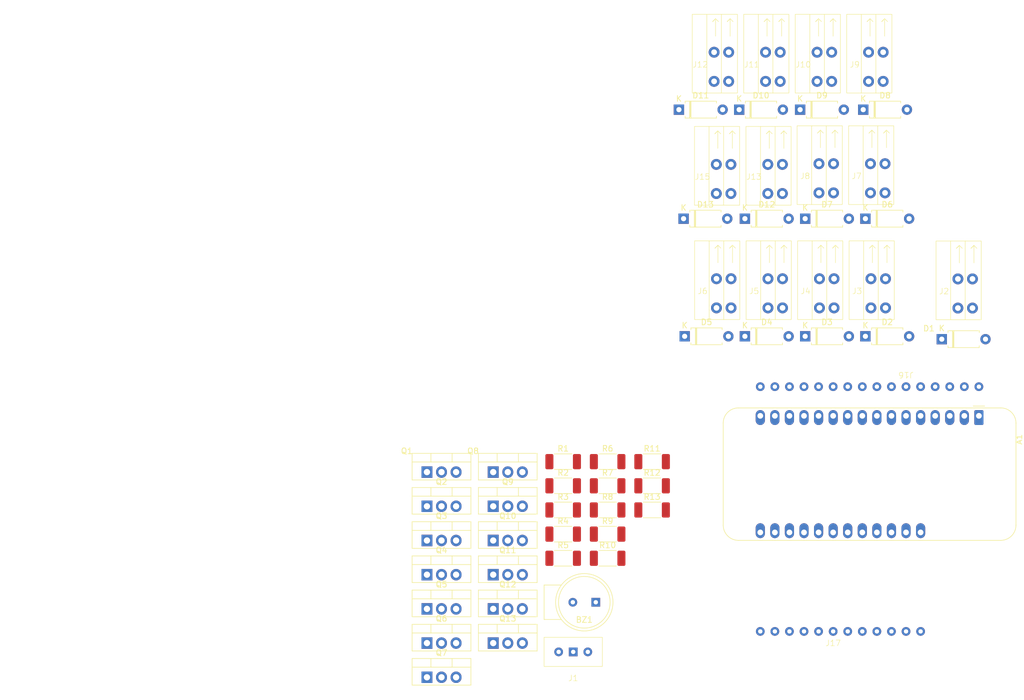
<source format=kicad_pcb>
(kicad_pcb (version 20240108) (generator "pcbnew") (generator_version "8.0")
  (layers (0 "F.Cu" signal) (31 "B.Cu" signal) (34 "B.Paste" user) (35 "F.Paste" user) (36 "B.SilkS" user "B.Silkscreen") (37 "F.SilkS" user "F.Silkscreen") (38 "B.Mask" user) (39 "F.Mask" user) (44 "Edge.Cuts" user))
  (net 0 "")
  (net 1 "Net-(A1-A4)")
  (net 2 "Net-(A1-USB)")
  (net 4 "Net-(A1-SPARE)")
  (net 6 "Net-(A1-D0)")
  (net 7 "Net-(A1-D1)")
  (net 9 "Net-(A1-A3)")
  (net 10 "Net-(A1-A5)")
  (net 11 "gnd")
  (net 12 "Net-(A1-D4)")
  (net 14 "Net-(A1-D2)")
  (net 15 "Net-(A1-D3)")
  (net 17 "Net-(A1-D6)")
  (net 19 "Net-(A1-D5)")
  (net 22 "Net-(A1-A1)")
  (net 24 "Net-(A1-A2)")
  (net 25 "Net-(A1-A0)")
  (net 26 "Net-(D1-A)")
  (net 27 "pos")
  (net 28 "Net-(D2-A)")
  (net 29 "Net-(D3-A)")
  (net 30 "Net-(D4-A)")
  (net 31 "Net-(D5-A)")
  (net 32 "Net-(D6-A)")
  (net 33 "Net-(D7-A)")
  (net 34 "Net-(D8-A)")
  (net 35 "Net-(D9-A)")
  (net 36 "Net-(D10-A)")
  (net 37 "Net-(D11-A)")
  (net 38 "Net-(D12-A)")
  (net 39 "Net-(D13-A)")
  (net 40 "Net-(Q1-G)")
  (net 41 "Net-(Q2-G)")
  (net 42 "Net-(Q3-G)")
  (net 43 "Net-(Q4-G)")
  (net 44 "Net-(Q5-G)")
  (net 45 "Net-(Q6-G)")
  (net 46 "Net-(Q7-G)")
  (net 47 "Net-(Q8-G)")
  (net 48 "Net-(Q9-G)")
  (net 49 "Net-(Q10-G)")
  (net 50 "Net-(Q11-G)")
  (net 51 "Net-(Q12-G)")
  (net 53 "Net-(Q13-G)")
  (net 54 "Net-(A1-~{RESET})")
  (net 55 "Net-(A1-3V3)")
  (net 56 "Net-(A1-AREF)")
  (footprint "Diode_THT:D_A-405_P7.62mm_Horizontal" (layer "F.Cu") (at 159.88 52)
    (property "Reference" "D12" (at 3.81 -2.47 0) (layer "F.SilkS"))
    (property "Value" "D")
    (fp_text user "K" (at 0 -1.9 0) (layer "F.SilkS"))
    (pad "1" thru_hole rect (at 0 0) (size 1.8 1.8) (drill 0.9) (layers "*.Cu" "*.Mask") (net 27 "pos"))
    (pad "2" thru_hole oval (at 7.62 0) (size 1.8 1.8) (drill 0.9) (layers "*.Cu" "*.Mask") (net 38 "Net-(D12-A)"))
  )
  (footprint "AA_Oscars_Custom:2 pin qwik connector" (layer "F.Cu") (at 161.587 33.689 180)
    (property "Reference" "J13" (at 0.127 -11.009 0) (layer "F.SilkS") (effects (font (thickness 0.1))))
    (property "Value" "Conn_01x02")
    (pad "1" thru_hole circle (at -4.826 -13.93 180) (size 1.9 1.9) (drill 1) (layers "*.Cu" "*.Mask") (net 38 "Net-(D12-A)"))
    (pad "1" thru_hole circle (at -4.826 -8.85 180) (size 1.9 1.9) (drill 1) (layers "*.Cu" "*.Mask") (net 38 "Net-(D12-A)"))
    (pad "2" thru_hole circle (at -2.286 -13.93 180) (size 1.9 1.9) (drill 1) (layers "*.Cu" "*.Mask") (net 27 "pos"))
    (pad "2" thru_hole circle (at -2.286 -8.85 180) (size 1.9 1.9) (drill 1) (layers "*.Cu" "*.Mask") (net 27 "pos"))
  )
  (footprint "Diode_THT:D_A-405_P7.62mm_Horizontal" (layer "F.Cu") (at 158.88 33)
    (property "Reference" "D10" (at 3.81 -2.47 0) (layer "F.SilkS"))
    (property "Value" "D")
    (fp_text user "K" (at 0 -1.9 0) (layer "F.SilkS"))
    (pad "1" thru_hole rect (at 0 0) (size 1.8 1.8) (drill 0.9) (layers "*.Cu" "*.Mask") (net 27 "pos"))
    (pad "2" thru_hole oval (at 7.62 0) (size 1.8 1.8) (drill 0.9) (layers "*.Cu" "*.Mask") (net 36 "Net-(D10-A)"))
  )
  (footprint "Package_TO_SOT_THT:TO-220-3_Vertical" (layer "F.Cu") (at 104.465 131.925)
    (property "Reference" "Q7" (at 2.54 -4.27 0) (layer "F.SilkS"))
    (property "Value" "NMOS")
    (pad "1" thru_hole rect (at 0 0) (size 1.905 2) (drill 1.1) (layers "*.Cu" "*.Mask") (net 33 "Net-(D7-A)"))
    (pad "2" thru_hole oval (at 2.54 0) (size 1.905 2) (drill 1.1) (layers "*.Cu" "*.Mask") (net 46 "Net-(Q7-G)"))
    (pad "3" thru_hole oval (at 5.08 0) (size 1.905 2) (drill 1.1) (layers "*.Cu" "*.Mask") (net 11 "gnd"))
  )
  (footprint "Module:Adafruit_Feather" (layer "F.Cu") (at 200.66 86.36 -90)
    (property "Reference" "A1" (at 4.105 -7.015 90) (layer "F.SilkS"))
    (property "Value" "Adafruit_Feather_Generic")
    (pad "1" thru_hole roundrect (at 0 0 270) (size 2.6 1.6) (drill 1 (offset 0.3 0)) (layers "*.Cu" "*.Mask") (roundrect_rratio 0.15625) (net 54 "Net-(A1-~{RESET})"))
    (pad "2" thru_hole oval (at 0 2.54 270) (size 2.6 1.6) (drill 1 (offset 0.3 0)) (layers "*.Cu" "*.Mask") (net 55 "Net-(A1-3V3)"))
    (pad "3" thru_hole oval (at 0 5.08 270) (size 2.6 1.6) (drill 1 (offset 0.3 0)) (layers "*.Cu" "*.Mask") (net 56 "Net-(A1-AREF)"))
    (pad "4" thru_hole oval (at 0 7.62 270) (size 2.6 1.6) (drill 1 (offset 0.3 0)) (layers "*.Cu" "*.Mask") (net 11 "gnd"))
    (pad "5" thru_hole oval (at 0 10.16 270) (size 2.6 1.6) (drill 1 (offset 0.3 0)) (layers "*.Cu" "*.Mask") (net 25 "Net-(A1-A0)"))
    (pad "6" thru_hole oval (at 0 12.7 270) (size 2.6 1.6) (drill 1 (offset 0.3 0)) (layers "*.Cu" "*.Mask") (net 22 "Net-(A1-A1)"))
    (pad "7" thru_hole oval (at 0 15.24 270) (size 2.6 1.6) (drill 1 (offset 0.3 0)) (layers "*.Cu" "*.Mask") (net 24 "Net-(A1-A2)"))
    (pad "8" thru_hole oval (at 0 17.78 270) (size 2.6 1.6) (drill 1 (offset 0.3 0)) (layers "*.Cu" "*.Mask") (net 9 "Net-(A1-A3)"))
    (pad "9" thru_hole oval (at 0 20.32 270) (size 2.6 1.6) (drill 1 (offset 0.3 0)) (layers "*.Cu" "*.Mask") (net 1 "Net-(A1-A4)"))
    (pad "10" thru_hole oval (at 0 22.86 270) (size 2.6 1.6) (drill 1 (offset 0.3 0)) (layers "*.Cu" "*.Mask") (net 10 "Net-(A1-A5)"))
    (pad "11" thru_hole oval (at 0 25.4 270) (size 2.6 1.6) (drill 1 (offset 0.3 0)) (layers "*.Cu" "*.Mask"))
    (pad "12" thru_hole oval (at 0 27.94 270) (size 2.6 1.6) (drill 1 (offset 0.3 0)) (layers "*.Cu" "*.Mask"))
    (pad "13" thru_hole oval (at 0 30.48 270) (size 2.6 1.6) (drill 1 (offset 0.3 0)) (layers "*.Cu" "*.Mask"))
    (pad "14" thru_hole oval (at 0 33.02 270) (size 2.6 1.6) (drill 1 (offset 0.3 0)) (layers "*.Cu" "*.Mask"))
    (pad "15" thru_hole oval (at 0 35.56 270) (size 2.6 1.6) (drill 1 (offset 0.3 0)) (layers "*.Cu" "*.Mask"))
    (pad "16" thru_hole oval (at 0 38.1 270) (size 2.6 1.6) (drill 1 (offset 0.3 0)) (layers "*.Cu" "*.Mask") (net 4 "Net-(A1-SPARE)"))
    (pad "17" thru_hole oval (at 20.32 38.1 90) (size 2.6 1.6) (drill 1 (offset 0.3 0)) (layers "*.Cu" "*.Mask"))
    (pad "18" thru_hole oval (at 20.32 35.56 90) (size 2.6 1.6) (drill 1 (offset 0.3 0)) (layers "*.Cu" "*.Mask"))
    (pad "19" thru_hole oval (at 20.32 33.02 90) (size 2.6 1.6) (drill 1 (offset 0.3 0)) (layers "*.Cu" "*.Mask") (net 6 "Net-(A1-D0)"))
    (pad "20" thru_hole oval (at 20.32 30.48 90) (size 2.6 1.6) (drill 1 (offset 0.3 0)) (layers "*.Cu" "*.Mask") (net 7 "Net-(A1-D1)"))
    (pad "21" thru_hole oval (at 20.32 27.94 90) (size 2.6 1.6) (drill 1 (offset 0.3 0)) (layers "*.Cu" "*.Mask") (net 14 "Net-(A1-D2)"))
    (pad "22" thru_hole oval (at 20.32 25.4 90) (size 2.6 1.6) (drill 1 (offset 0.3 0)) (layers "*.Cu" "*.Mask") (net 15 "Net-(A1-D3)"))
    (pad "23" thru_hole oval (at 20.32 22.86 90) (size 2.6 1.6) (drill 1 (offset 0.3 0)) (layers "*.Cu" "*.Mask") (net 12 "Net-(A1-D4)"))
    (pad "24" thru_hole oval (at 20.32 20.32 90) (size 2.6 1.6) (drill 1 (offset 0.3 0)) (layers "*.Cu" "*.Mask") (net 19 "Net-(A1-D5)"))
    (pad "25" thru_hole oval (at 20.32 17.78 90) (size 2.6 1.6) (drill 1 (offset 0.3 0)) (layers "*.Cu" "*.Mask") (net 17 "Net-(A1-D6)"))
    (pad "26" thru_hole oval (at 20.32 15.24 90) (size 2.6 1.6) (drill 1 (offset 0.3 0)) (layers "*.Cu" "*.Mask") (net 2 "Net-(A1-USB)"))
    (pad "27" thru_hole oval (at 20.32 12.7 90) (size 2.6 1.6) (drill 1 (offset 0.3 0)) (layers "*.Cu" "*.Mask"))
    (pad "28" thru_hole oval (at 20.32 10.16 90) (size 2.6 1.6) (drill 1 (offset 0.3 0)) (layers "*.Cu" "*.Mask"))
  )
  (footprint "Diode_THT:D_A-405_P7.62mm_Horizontal" (layer "F.Cu") (at 169.5 33)
    (property "Reference" "D9" (at 3.81 -2.47 0) (layer "F.SilkS"))
    (property "Value" "D")
    (fp_text user "K" (at 0 -1.9 0) (layer "F.SilkS"))
    (pad "1" thru_hole rect (at 0 0) (size 1.8 1.8) (drill 0.9) (layers "*.Cu" "*.Mask") (net 27 "pos"))
    (pad "2" thru_hole oval (at 7.62 0) (size 1.8 1.8) (drill 0.9) (layers "*.Cu" "*.Mask") (net 35 "Net-(D9-A)"))
  )
  (footprint "Resistor_SMD:R_2010_5025Metric_Pad1.40x2.65mm_HandSolder" (layer "F.Cu") (at 128.205 106.975)
    (property "Reference" "R4" (at 0 -2.28 0) (layer "F.SilkS"))
    (property "Value" "220")
    (pad "1" smd roundrect (at -2.4 0) (size 1.4 2.65) (layers "F.Cu" "F.Paste" "F.Mask") (roundrect_rratio 0.178571) (net 43 "Net-(Q4-G)"))
    (pad "2" smd roundrect (at 2.4 0) (size 1.4 2.65) (layers "F.Cu" "F.Paste" "F.Mask") (roundrect_rratio 0.178571) (net 14 "Net-(A1-D2)"))
  )
  (footprint "Package_TO_SOT_THT:TO-220-3_Vertical" (layer "F.Cu") (at 116.015 102.125)
    (property "Reference" "Q9" (at 2.54 -4.27 0) (layer "F.SilkS"))
    (property "Value" "NMOS")
    (pad "1" thru_hole rect (at 0 0) (size 1.905 2) (drill 1.1) (layers "*.Cu" "*.Mask") (net 35 "Net-(D9-A)"))
    (pad "2" thru_hole oval (at 2.54 0) (size 1.905 2) (drill 1.1) (layers "*.Cu" "*.Mask") (net 48 "Net-(Q9-G)"))
    (pad "3" thru_hole oval (at 5.08 0) (size 1.905 2) (drill 1.1) (layers "*.Cu" "*.Mask") (net 11 "gnd"))
  )
  (footprint "Resistor_SMD:R_2010_5025Metric_Pad1.40x2.65mm_HandSolder" (layer "F.Cu") (at 143.705 98.555)
    (property "Reference" "R12" (at 0 -2.28 0) (layer "F.SilkS"))
    (property "Value" "220")
    (pad "1" smd roundrect (at -2.4 0) (size 1.4 2.65) (layers "F.Cu" "F.Paste" "F.Mask") (roundrect_rratio 0.178571) (net 51 "Net-(Q12-G)"))
    (pad "2" smd roundrect (at 2.4 0) (size 1.4 2.65) (layers "F.Cu" "F.Paste" "F.Mask") (roundrect_rratio 0.178571) (net 10 "Net-(A1-A5)"))
  )
  (footprint "Package_TO_SOT_THT:TO-220-3_Vertical" (layer "F.Cu") (at 116.015 96.165)
    (property "Reference" "Q8" (at -3.515 -3.665 0) (layer "F.SilkS"))
    (property "Value" "NMOS")
    (pad "1" thru_hole rect (at 0 0) (size 1.905 2) (drill 1.1) (layers "*.Cu" "*.Mask") (net 34 "Net-(D8-A)"))
    (pad "2" thru_hole oval (at 2.54 0) (size 1.905 2) (drill 1.1) (layers "*.Cu" "*.Mask") (net 47 "Net-(Q8-G)"))
    (pad "3" thru_hole oval (at 5.08 0) (size 1.905 2) (drill 1.1) (layers "*.Cu" "*.Mask") (net 11 "gnd"))
  )
  (footprint "Package_TO_SOT_THT:TO-220-3_Vertical" (layer "F.Cu") (at 104.465 102.125)
    (property "Reference" "Q2" (at 2.54 -4.27 0) (layer "F.SilkS"))
    (property "Value" "NMOS")
    (pad "1" thru_hole rect (at 0 0) (size 1.905 2) (drill 1.1) (layers "*.Cu" "*.Mask") (net 28 "Net-(D2-A)"))
    (pad "2" thru_hole oval (at 2.54 0) (size 1.905 2) (drill 1.1) (layers "*.Cu" "*.Mask") (net 41 "Net-(Q2-G)"))
    (pad "3" thru_hole oval (at 5.08 0) (size 1.905 2) (drill 1.1) (layers "*.Cu" "*.Mask") (net 11 "gnd"))
  )
  (footprint "Diode_THT:D_A-405_P7.62mm_Horizontal" (layer "F.Cu") (at 159.88 72.5)
    (property "Reference" "D4" (at 3.81 -2.47 0) (layer "F.SilkS"))
    (property "Value" "D")
    (fp_text user "K" (at 0 -1.9 0) (layer "F.SilkS"))
    (pad "1" thru_hole rect (at 0 0) (size 1.8 1.8) (drill 0.9) (layers "*.Cu" "*.Mask") (net 27 "pos"))
    (pad "2" thru_hole oval (at 7.62 0) (size 1.8 1.8) (drill 0.9) (layers "*.Cu" "*.Mask") (net 30 "Net-(D4-A)"))
  )
  (footprint "Diode_THT:D_A-405_P7.62mm_Horizontal" (layer "F.Cu") (at 170.38 72.5)
    (property "Reference" "D3" (at 3.81 -2.47 0) (layer "F.SilkS"))
    (property "Value" "D")
    (fp_text user "K" (at 0 -1.9 0) (layer "F.SilkS"))
    (pad "1" thru_hole rect (at 0 0) (size 1.8 1.8) (drill 0.9) (layers "*.Cu" "*.Mask") (net 27 "pos"))
    (pad "2" thru_hole oval (at 7.62 0) (size 1.8 1.8) (drill 0.9) (layers "*.Cu" "*.Mask") (net 29 "Net-(D3-A)"))
  )
  (footprint "AA_Oscars_Custom:2 pin qwik connector" (layer "F.Cu") (at 179.561 53.619 180)
    (property "Reference" "J3" (at 0.127 -11.009 0) (layer "F.SilkS") (effects (font (thickness 0.1))))
    (property "Value" "Conn_01x02")
    (pad "1" thru_hole circle (at -4.826 -13.93 180) (size 1.9 1.9) (drill 1) (layers "*.Cu" "*.Mask") (net 28 "Net-(D2-A)"))
    (pad "1" thru_hole circle (at -4.826 -8.85 180) (size 1.9 1.9) (drill 1) (layers "*.Cu" "*.Mask") (net 28 "Net-(D2-A)"))
    (pad "2" thru_hole circle (at -2.286 -13.93 180) (size 1.9 1.9) (drill 1) (layers "*.Cu" "*.Mask") (net 27 "pos"))
    (pad "2" thru_hole circle (at -2.286 -8.85 180) (size 1.9 1.9) (drill 1) (layers "*.Cu" "*.Mask") (net 27 "pos"))
  )
  (footprint "Resistor_SMD:R_2010_5025Metric_Pad1.40x2.65mm_HandSolder" (layer "F.Cu") (at 135.955 98.555)
    (property "Reference" "R7" (at 0 -2.28 0) (layer "F.SilkS"))
    (property "Value" "220")
    (pad "1" smd roundrect (at -2.4 0) (size 1.4 2.65) (layers "F.Cu" "F.Paste" "F.Mask") (roundrect_rratio 0.178571) (net 46 "Net-(Q7-G)"))
    (pad "2" smd roundrect (at 2.4 0) (size 1.4 2.65) (layers "F.Cu" "F.Paste" "F.Mask") (roundrect_rratio 0.178571) (net 25 "Net-(A1-A0)"))
  )
  (footprint "Resistor_SMD:R_2010_5025Metric_Pad1.40x2.65mm_HandSolder" (layer "F.Cu") (at 128.205 94.345)
    (property "Reference" "R1" (at 0 -2.28 0) (layer "F.SilkS"))
    (property "Value" "220")
    (pad "1" smd roundrect (at -2.4 0) (size 1.4 2.65) (layers "F.Cu" "F.Paste" "F.Mask") (roundrect_rratio 0.178571) (net 40 "Net-(Q1-G)"))
    (pad "2" smd roundrect (at 2.4 0) (size 1.4 2.65) (layers "F.Cu" "F.Paste" "F.Mask") (roundrect_rratio 0.178571) (net 17 "Net-(A1-D6)"))
  )
  (footprint "AA_Oscars_Custom:2 pin qwik connector" (layer "F.Cu") (at 170.174 14.14 180)
    (property "Reference" "J10" (at 0.127 -11.009 0) (layer "F.SilkS") (effects (font (thickness 0.1))))
    (property "Value" "Conn_01x02")
    (pad "1" thru_hole circle (at -4.826 -13.93 180) (size 1.9 1.9) (drill 1) (layers "*.Cu" "*.Mask") (net 35 "Net-(D9-A)"))
    (pad "1" thru_hole circle (at -4.826 -8.85 180) (size 1.9 1.9) (drill 1) (layers "*.Cu" "*.Mask") (net 35 "Net-(D9-A)"))
    (pad "2" thru_hole circle (at -2.286 -13.93 180) (size 1.9 1.9) (drill 1) (layers "*.Cu" "*.Mask") (net 27 "pos"))
    (pad "2" thru_hole circle (at -2.286 -8.85 180) (size 1.9 1.9) (drill 1) (layers "*.Cu" "*.Mask") (net 27 "pos"))
  )
  (footprint "AA_Oscars_Custom:2 pin qwik connector" (layer "F.Cu") (at 161.613 53.619 180)
    (property "Reference" "J5" (at 0.127 -11.009 0) (layer "F.SilkS") (effects (font (thickness 0.1))))
    (property "Value" "Conn_01x02")
    (pad "1" thru_hole circle (at -4.826 -13.93 180) (size 1.9 1.9) (drill 1) (layers "*.Cu" "*.Mask") (net 30 "Net-(D4-A)"))
    (pad "1" thru_hole circle (at -4.826 -8.85 180) (size 1.9 1.9) (drill 1) (layers "*.Cu" "*.Mask") (net 30 "Net-(D4-A)"))
    (pad "2" thru_hole circle (at -2.286 -13.93 180) (size 1.9 1.9) (drill 1) (layers "*.Cu" "*.Mask") (net 27 "pos"))
    (pad "2" thru_hole circle (at -2.286 -8.85 180) (size 1.9 1.9) (drill 1) (layers "*.Cu" "*.Mask") (net 27 "pos"))
  )
  (footprint "Package_TO_SOT_THT:TO-220-3_Vertical" (layer "F.Cu") (at 104.465 96.165)
    (property "Reference" "Q1" (at -3.515 -3.665 0) (layer "F.SilkS"))
    (property "Value" "NMOS")
    (pad "1" thru_hole rect (at 0 0) (size 1.905 2) (drill 1.1) (layers "*.Cu" "*.Mask") (net 26 "Net-(D1-A)"))
    (pad "2" thru_hole oval (at 2.54 0) (size 1.905 2) (drill 1.1) (layers "*.Cu" "*.Mask") (net 40 "Net-(Q1-G)"))
    (pad "3" thru_hole oval (at 5.08 0) (size 1.905 2) (drill 1.1) (layers "*.Cu" "*.Mask") (net 11 "gnd"))
  )
  (footprint "Resistor_SMD:R_2010_5025Metric_Pad1.40x2.65mm_HandSolder" (layer "F.Cu") (at 128.205 111.185)
    (property "Reference" "R5" (at 0 -2.28 0) (layer "F.SilkS"))
    (property "Value" "220")
    (pad "1" smd roundrect (at -2.4 0) (size 1.4 2.65) (layers "F.Cu" "F.Paste" "F.Mask") (roundrect_rratio 0.178571) (net 44 "Net-(Q5-G)"))
    (pad "2" smd roundrect (at 2.4 0) (size 1.4 2.65) (layers "F.Cu" "F.Paste" "F.Mask") (roundrect_rratio 0.178571) (net 7 "Net-(A1-D1)"))
  )
  (footprint "Package_TO_SOT_THT:TO-220-3_Vertical" (layer "F.Cu") (at 104.465 120.005)
    (property "Reference" "Q5" (at 2.54 -4.27 0) (layer "F.SilkS"))
    (property "Value" "NMOS")
    (pad "1" thru_hole rect (at 0 0) (size 1.905 2) (drill 1.1) (layers "*.Cu" "*.Mask") (net 31 "Net-(D5-A)"))
    (pad "2" thru_hole oval (at 2.54 0) (size 1.905 2) (drill 1.1) (layers "*.Cu" "*.Mask") (net 44 "Net-(Q5-G)"))
    (pad "3" thru_hole oval (at 5.08 0) (size 1.905 2) (drill 1.1) (layers "*.Cu" "*.Mask") (net 11 "gnd"))
  )
  (footprint "Diode_THT:D_A-405_P7.62mm_Horizontal" (layer "F.Cu") (at 149.38 72.5)
    (property "Reference" "D5" (at 3.81 -2.47 0) (layer "F.SilkS"))
    (property "Value" "D")
    (fp_text user "K" (at 0 -1.9 0) (layer "F.SilkS"))
    (pad "1" thru_hole rect (at 0 0) (size 1.8 1.8) (drill 0.9) (layers "*.Cu" "*.Mask") (net 27 "pos"))
    (pad "2" thru_hole oval (at 7.62 0) (size 1.8 1.8) (drill 0.9) (layers "*.Cu" "*.Mask") (net 31 "Net-(D5-A)"))
  )
  (footprint "Resistor_SMD:R_2010_5025Metric_Pad1.40x2.65mm_HandSolder" (layer "F.Cu") (at 135.955 94.345)
    (property "Reference" "R6" (at 0 -2.28 0) (layer "F.SilkS"))
    (property "Value" "220")
    (pad "1" smd roundrect (at -2.4 0) (size 1.4 2.65) (layers "F.Cu" "F.Paste" "F.Mask") (roundrect_rratio 0.178571) (net 45 "Net-(Q6-G)"))
    (pad "2" smd roundrect (at 2.4 0) (size 1.4 2.65) (layers "F.Cu" "F.Paste" "F.Mask") (roundrect_rratio 0.178571) (net 6 "Net-(A1-D0)"))
  )
  (footprint "AA_Oscars_Custom:2 pin qwik connector" (layer "F.Cu") (at 179.148 14.14 180)
    (property "Reference" "J9" (at 0.127 -11.009 0) (layer "F.SilkS") (effects (font (thickness 0.1))))
    (property "Value" "Conn_01x02")
    (pad "1" thru_hole circle (at -4.826 -13.93 180) (size 1.9 1.9) (drill 1) (layers "*.Cu" "*.Mask") (net 34 "Net-(D8-A)"))
    (pad "1" thru_hole circle (at -4.826 -8.85 180) (size 1.9 1.9) (drill 1) (layers "*.Cu" "*.Mask") (net 34 "Net-(D8-A)"))
    (pad "2" thru_hole circle (at -2.286 -13.93 180) (size 1.9 1.9) (drill 1) (layers "*.Cu" "*.Mask") (net 27 "pos"))
    (pad "2" thru_hole circle (at -2.286 -8.85 180) (size 1.9 1.9) (drill 1) (layers "*.Cu" "*.Mask") (net 27 "pos"))
  )
  (footprint "Resistor_SMD:R_2010_5025Metric_Pad1.40x2.65mm_HandSolder" (layer "F.Cu") (at 143.705 94.345)
    (property "Reference" "R11" (at 0 -2.28 0) (layer "F.SilkS"))
    (property "Value" "220")
    (pad "1" smd roundrect (at -2.4 0) (size 1.4 2.65) (layers "F.Cu" "F.Paste" "F.Mask") (roundrect_rratio 0.178571) (net 50 "Net-(Q11-G)"))
    (pad "2" smd roundrect (at 2.4 0) (size 1.4 2.65) (layers "F.Cu" "F.Paste" "F.Mask") (roundrect_rratio 0.178571) (net 1 "Net-(A1-A4)"))
  )
  (footprint "AA_Oscars_Custom:simple 01x12" (layer "F.Cu") (at 175.26 126.47)
    (property "Reference" "J17" (at 0 -0.5 0) (layer "F.SilkS") (effects (font (thickness 0.1))))
    (property "Value" "Microcontroller extension header")
    (pad "1" thru_hole circle (at -12.7 -2.54) (size 1.524 1.524) (drill 0.762) (layers "*.Cu" "*.Mask" "Dwgs.User"))
    (pad "2" thru_hole circle (at -10.16 -2.54) (size 1.524 1.524) (drill 0.762) (layers "*.Cu" "*.Mask" "Dwgs.User"))
    (pad "3" thru_hole circle (at -7.62 -2.54) (size 1.524 1.524) (drill 0.762) (layers "*.Cu" "*.Mask" "Dwgs.User"))
    (pad "4" thru_hole circle (at -5.08 -2.54) (size 1.524 1.524) (drill 0.762) (layers "*.Cu" "*.Mask" "Dwgs.User"))
    (pad "5" thru_hole circle (at -2.54 -2.54) (size 1.524 1.524) (drill 0.762) (layers "*.Cu" "*.Mask" "Dwgs.User"))
    (pad "6" thru_hole circle (at 0 -2.54) (size 1.524 1.524) (drill 0.762) (layers "*.Cu" "*.Mask" "Dwgs.User"))
    (pad "7" thru_hole circle (at 2.54 -2.54) (size 1.524 1.524) (drill 0.762) (layers "*.Cu" "*.Mask" "Dwgs.User"))
    (pad "8" thru_hole circle (at 5.08 -2.54) (size 1.524 1.524) (drill 0.762) (layers "*.Cu" "*.Mask" "Dwgs.User"))
    (pad "9" thru_hole circle (at 7.62 -2.54) (size 1.524 1.524) (drill 0.762) (layers "*.Cu" "*.Mask" "Dwgs.User"))
    (pad "10" thru_hole circle (at 10.16 -2.54) (size 1.524 1.524) (drill 0.762) (layers "*.Cu" "*.Mask" "Dwgs.User"))
    (pad "11" thru_hole circle (at 12.7 -2.54) (size 1.524 1.524) (drill 0.762) (layers "*.Cu" "*.Mask" "Dwgs.User"))
    (pad "12" thru_hole circle (at 15.24 -2.54) (size 1.524 1.524) (drill 0.762) (layers "*.Cu" "*.Mask" "Dwgs.User"))
  )
  (footprint "Package_TO_SOT_THT:TO-220-3_Vertical" (layer "F.Cu") (at 116.015 125.965)
    (property "Reference" "Q13" (at 2.54 -4.27 0) (layer "F.SilkS"))
    (property "Value" "NMOS")
    (pad "1" thru_hole rect (at 0 0) (size 1.905 2) (drill 1.1) (layers "*.Cu" "*.Mask") (net 39 "Net-(D13-A)"))
    (pad "2" thru_hole oval (at 2.54 0) (size 1.905 2) (drill 1.1) (layers "*.Cu" "*.Mask") (net 53 "Net-(Q13-G)"))
    (pad "3" thru_hole oval (at 5.08 0) (size 1.905 2) (drill 1.1) (layers "*.Cu" "*.Mask"))
  )
  (footprint "Package_TO_SOT_THT:TO-220-3_Vertical" (layer "F.Cu") (at 116.015 108.085)
    (property "Reference" "Q10" (at 2.54 -4.27 0) (layer "F.SilkS"))
    (property "Value" "NMOS")
    (pad "1" thru_hole rect (at 0 0) (size 1.905 2) (drill 1.1) (layers "*.Cu" "*.Mask") (net 36 "Net-(D10-A)"))
    (pad "2" thru_hole oval (at 2.54 0) (size 1.905 2) (drill 1.1) (layers "*.Cu" "*.Mask") (net 49 "Net-(Q10-G)"))
    (pad "3" thru_hole oval (at 5.08 0) (size 1.905 2) (drill 1.1) (layers "*.Cu" "*.Mask") (net 11 "gnd"))
  )
  (footprint "Package_TO_SOT_THT:TO-220-3_Vertical" (layer "F.Cu") (at 104.465 108.085)
    (property "Reference" "Q3" (at 2.54 -4.27 0) (layer "F.SilkS"))
    (property "Value" "NMOS")
    (pad "1" thru_hole rect (at 0 0) (size 1.905 2) (drill 1.1) (layers "*.Cu" "*.Mask") (net 29 "Net-(D3-A)"))
    (pad "2" thru_hole oval (at 2.54 0) (size 1.905 2) (drill 1.1) (layers "*.Cu" "*.Mask") (net 42 "Net-(Q3-G)"))
    (pad "3" thru_hole oval (at 5.08 0) (size 1.905 2) (drill 1.1) (layers "*.Cu" "*.Mask") (net 11 "gnd"))
  )
  (footprint "Diode_THT:D_A-405_P7.62mm_Horizontal" (layer "F.Cu") (at 180.88 72.5)
    (property "Reference" "D2" (at 3.81 -2.47 0) (layer "F.SilkS"))
    (property "Value" "D")
    (fp_text user "K" (at 0 -1.9 0) (layer "F.SilkS"))
    (pad "1" thru_hole rect (at 0 0) (size 1.8 1.8) (drill 0.9) (layers "*.Cu" "*.Mask") (net 27 "pos"))
    (pad "2" thru_hole oval (at 7.62 0) (size 1.8 1.8) (drill 0.9) (layers "*.Cu" "*.Mask") (net 28 "Net-(D2-A)"))
  )
  (footprint "Resistor_SMD:R_2010_5025Metric_Pad1.40x2.65mm_HandSolder" (layer "F.Cu") (at 128.205 98.555)
    (property "Reference" "R2" (at 0 -2.28 0) (layer "F.SilkS"))
    (property "Value" "220")
    (pad "1" smd roundrect (at -2.4 0) (size 1.4 2.65) (layers "F.Cu" "F.Paste" "F.Mask") (roundrect_rratio 0.178571) (net 41 "Net-(Q2-G)"))
    (pad "2" smd roundrect (at 2.4 0) (size 1.4 2.65) (layers "F.Cu" "F.Paste" "F.Mask") (roundrect_rratio 0.178571) (net 12 "Net-(A1-D4)"))
  )
  (footprint "AA_Oscars_Custom:5v voltage regulator" (layer "F.Cu") (at 129.96 132.58)
    (property "Reference" "J1" (at 0 -0.5 0) (layer "F.SilkS") (effects (font (thickness 0.1))))
    (property "Value" "5V voltage regulator")
    (pad "1" thru_hole circle (at -2.54 -5.08) (size 1.524 1.524) (drill 0.762) (layers "*.Cu" "*.Mask" "Dwgs.User") (net 2 "Net-(A1-USB)"))
    (pad "2" thru_hole rect (at 0 -5.08) (size 1.524 1.524) (drill 0.762) (layers "*.Cu" "*.Mask") (net 11 "gnd"))
    (pad "3" thru_hole circle (at 2.54 -5.08) (size 1.524 1.524) (drill 0.762) (layers "*.Cu" "*.Mask") (net 27 "pos"))
  )
  (footprint "Package_TO_SOT_THT:TO-220-3_Vertical" (layer "F.Cu") (at 104.465 125.965)
    (property "Reference" "Q6" (at 2.54 -4.27 0) (layer "F.SilkS"))
    (property "Value" "NMOS")
    (pad "1" thru_hole rect (at 0 0) (size 1.905 2) (drill 1.1) (layers "*.Cu" "*.Mask") (net 32 "Net-(D6-A)"))
    (pad "2" thru_hole oval (at 2.54 0) (size 1.905 2) (drill 1.1) (layers "*.Cu" "*.Mask") (net 45 "Net-(Q6-G)"))
    (pad "3" thru_hole oval (at 5.08 0) (size 1.905 2) (drill 1.1) (layers "*.Cu" "*.Mask") (net 11 "gnd"))
  )
  (footprint "AA_Oscars_Custom:simple 01x06" (layer "F.Cu") (at 187.96 78.74 180)
    (property "Reference" "J16" (at 0 -0.5 180) (layer "F.SilkS") (effects (font (thickness 0.1))))
    (property "Value" "microcontroller extension header")
    (pad "1" thru_hole circle (at -12.7 -2.54 180) (size 1.524 1.524) (drill 0.762) (layers "*.Cu" "*.Mask" "Dwgs.User") (net 54 "Net-(A1-~{RESET})"))
    (pad "2" thru_hole circle (at -10.16 -2.54 180) (size 1.524 1.524) (drill 0.762) (layers "*.Cu" "*.Mask" "Dwgs.User") (net 55 "Net-(A1-3V3)"))
    (pad "3" thru_hole circle (at -7.62 -2.54 180) (size 1.524 1.524) (drill 0.762) (layers "*.Cu" "*.Mask" "Dwgs.User") (net 56 "Net-(A1-AREF)"))
    (pad "4" thru_hole circle (at -5.08 -2.54 180) (size 1.524 1.524) (drill 0.762) (layers "*.Cu" "*.Mask" "Dwgs.User"))
    (pad "5" thru_hole circle (at -2.54 -2.54 180) (size 1.524 1.524) (drill 0.762) (layers "*.Cu" "*.Mask" "Dwgs.User") (net 25 "Net-(A1-A0)"))
    (pad "6" thru_hole circle (at 0 -2.54 180) (size 1.524 1.524) (drill 0.762) (layers "*.Cu" "*.Mask" "Dwgs.User") (net 22 "Net-(A1-A1)"))
    (pad "7" thru_hole circle (at 2.54 -2.54 180) (size 1.524 1.524) (drill 0.762) (layers "*.Cu" "*.Mask" "Dwgs.User") (net 24 "Net-(A1-A2)"))
    (pad "8" thru_hole circle (at 5.08 -2.54 180) (size 1.524 1.524) (drill 0.762) (layers "*.Cu" "*.Mask" "Dwgs.User") (net 9 "Net-(A1-A3)"))
    (pad "9" thru_hole circle (at 7.62 -2.54 180) (size 1.524 1.524) (drill 0.762) (layers "*.Cu" "*.Mask" "Dwgs.User") (net 1 "Net-(A1-A4)"))
    (pad "10" thru_hole circle (at 10.16 -2.54 180) (size 1.524 1.524) (drill 0.762) (layers "*.Cu" "*.Mask" "Dwgs.User") (net 10 "Net-(A1-A5)"))
    (pad "11" thru_hole circle (at 12.7 -2.54 180) (size 1.524 1.524) (drill 0.762) (layers "*.Cu" "*.Mask" "Dwgs.User"))
    (pad "12" thru_hole circle (at 15.24 -2.54 180) (size 1.524 1.524) (drill 0.762) (layers "*.Cu" "*.Mask" "Dwgs.User"))
    (pad "13" thru_hole circle (at 17.78 -2.54 180) (size 1.524 1.524) (drill 0.762) (layers "*.Cu" "*.Mask" "Dwgs.User"))
    (pad "14" thru_hole circle (at 20.32 -2.54 180) (size 1.524 1.524) (drill 0.762) (layers "*.Cu" "*.Mask" "Dwgs.User"))
    (pad "15" thru_hole circle (at 22.86 -2.54 180) (size 1.524 1.524) (drill 0.762) (layers "*.Cu" "*.Mask" "Dwgs.User"))
    (pad "16" thru_hole circle (at 25.4 -2.54 180) (size 1.524 1.524) (drill 0.762) (layers "*.Cu" "*.Mask" "Dwgs.User"))
  )
  (footprint "Diode_THT:D_A-405_P7.62mm_Horizontal" (layer "F.Cu") (at 170.38 52)
    (property "Reference" "D7" (at 3.81 -2.47 0) (layer "F.SilkS"))
    (property "Value" "D")
    (fp_text user "K" (at 0 -1.9 0) (layer "F.SilkS"))
    (pad "1" thru_hole rect (at 0 0) (size 1.8 1.8) (drill 0.9) (layers "*.Cu" "*.Mask") (net 27 "pos"))
    (pad "2" thru_hole oval (at 7.62 0) (size 1.8 1.8) (drill 0.9) (layers "*.Cu" "*.Mask") (net 33 "Net-(D7-A)"))
  )
  (footprint "AA_Oscars_Custom:2 pin qwik connector" (layer "F.Cu") (at 170.587 53.619 180)
    (property "Reference" "J4" (at 0.127 -11.009 0) (layer "F.SilkS") (effects (font (thickness 0.1))))
    (property "Value" "Conn_01x02")
    (pad "1" thru_hole circle (at -4.826 -13.93 180) (size 1.9 1.9) (drill 1) (layers "*.Cu" "*.Mask") (net 29 "Net-(D3-A)"))
    (pad "1" thru_hole circle (at -4.826 -8.85 180) (size 1.9 1.9) (drill 1) (layers "*.Cu" "*.Mask") (net 29 "Net-(D3-A)"))
    (pad "2" thru_hole circle (at -2.286 -13.93 180) (size 1.9 1.9) (drill 1) (layers "*.Cu" "*.Mask") (net 27 "pos"))
    (pad "2" thru_hole circle (at -2.286 -8.85 180) (size 1.9 1.9) (drill 1) (layers "*.Cu" "*.Mask") (net 27 "pos"))
  )
  (footprint "Diode_THT:D_A-405_P7.62mm_Horizontal" (layer "F.Cu") (at 148.38 33)
    (property "Reference" "D11" (at 3.81 -2.47 0) (layer "F.SilkS"))
    (property "Value" "D")
    (fp_text user "K" (at 0 -1.9 0) (layer "F.SilkS"))
    (pad "1" thru_hole rect (at 0 0) (size 1.8 1.8) (drill 0.9) (layers "*.Cu" "*.Mask") (net 27 "pos"))
    (pad "2" thru_hole oval (at 7.62 0) (size 1.8 1.8) (drill 0.9) (layers "*.Cu" "*.Mask") (net 37 "Net-(D11-A)"))
  )
  (footprint "AA_Oscars_Custom:2 pin qwik connector" (layer "F.Cu") (at 170.5 33.57 180)
    (property "Reference" "J8" (at 0.127 -11.009 0) (layer "F.SilkS") (effects (font (thickness 0.1))))
    (property "Value" "Conn_01x02")
    (pad "1" thru_hole circle (at -4.826 -13.93 180) (size 1.9 1.9) (drill 1) (layers "*.Cu" "*.Mask") (net 33 "Net-(D7-A)"))
    (pad "1" thru_hole circle (at -4.826 -8.85 180) (size 1.9 1.9) (drill 1) (layers "*.Cu" "*.Mask") (net 33 "Net-(D7-A)"))
    (pad "2" thru_hole circle (at -2.286 -13.93 180) (size 1.9 1.9) (drill 1) (layers "*.Cu" "*.Mask") (net 27 "pos"))
    (pad "2" thru_hole circle (at -2.286 -8.85 180) (size 1.9 1.9) (drill 1) (layers "*.Cu" "*.Mask") (net 27 "pos"))
  )
  (footprint "Resistor_SMD:R_2010_5025Metric_Pad1.40x2.65mm_HandSolder" (layer "F.Cu") (at 143.705 102.765)
    (property "Reference" "R13" (at 0 -2.28 0) (layer "F.SilkS"))
    (property "Value" "220")
    (pad "1" smd roundrect (at -2.4 0) (size 1.4 2.65) (layers "F.Cu" "F.Paste" "F.Mask") (roundrect_rratio 0.178571) (net 53 "Net-(Q13-G)"))
    (pad "2" smd roundrect (at 2.4 0) (size 1.4 2.65) (layers "F.Cu" "F.Paste" "F.Mask") (roundrect_rratio 0.178571) (net 4 "Net-(A1-SPARE)"))
  )
  (footprint "AA_Oscars_Custom:2 pin qwik connector" (layer "F.Cu") (at 194.714 53.65 180)
    (property "Reference" "J2" (at 0.127 -11.009 0) (layer "F.SilkS") (effects (font (thickness 0.1))))
    (property "Value" "Conn_01x02")
    (pad "1" thru_hole circle (at -4.826 -13.93 180) (size 1.9 1.9) (drill 1) (layers "*.Cu" "*.Mask") (net 26 "Net-(D1-A)"))
    (pad "1" thru_hole circle (at -4.826 -8.85 180) (size 1.9 1.9) (drill 1) (layers "*.Cu" "*.Mask") (net 26 "Net-(D1-A)"))
    (pad "2" thru_hole circle (at -2.286 -13.93 180) (size 1.9 1.9) (drill 1) (layers "*.Cu" "*.Mask") (net 27 "pos"))
    (pad "2" thru_hole circle (at -2.286 -8.85 180) (size 1.9 1.9) (drill 1) (layers "*.Cu" "*.Mask") (net 27 "pos"))
  )
  (footprint "Package_TO_SOT_THT:TO-220-3_Vertical" (layer "F.Cu") (at 104.465 114.045)
    (property "Reference" "Q4" (at 2.54 -4.27 0) (layer "F.SilkS"))
    (property "Value" "NMOS")
    (pad "1" thru_hole rect (at 0 0) (size 1.905 2) (drill 1.1) (layers "*.Cu" "*.Mask") (net 30 "Net-(D4-A)"))
    (pad "2" thru_hole oval (at 2.54 0) (size 1.905 2) (drill 1.1) (layers "*.Cu" "*.Mask") (net 43 "Net-(Q4-G)"))
    (pad "3" thru_hole oval (at 5.08 0) (size 1.905 2) (drill 1.1) (layers "*.Cu" "*.Mask") (net 11 "gnd"))
  )
  (footprint "Package_TO_SOT_THT:TO-220-3_Vertical" (layer "F.Cu") (at 116.015 120.005)
    (property "Reference" "Q12" (at 2.54 -4.27 0) (layer "F.SilkS"))
    (property "Value" "NMOS")
    (pad "1" thru_hole rect (at 0 0) (size 1.905 2) (drill 1.1) (layers "*.Cu" "*.Mask") (net 38 "Net-(D12-A)"))
    (pad "2" thru_hole oval (at 2.54 0) (size 1.905 2) (drill 1.1) (layers "*.Cu" "*.Mask") (net 51 "Net-(Q12-G)"))
    (pad "3" thru_hole oval (at 5.08 0) (size 1.905 2) (drill 1.1) (layers "*.Cu" "*.Mask") (net 11 "gnd"))
  )
  (footprint "Diode_THT:D_A-405_P7.62mm_Horizontal" (layer "F.Cu") (at 194.19 73)
    (property "Reference" "D1" (at -2.245 -1.865 0) (layer "F.SilkS"))
    (property "Value" "D")
    (fp_text user "K" (at 0 -1.9 0) (layer "F.SilkS"))
    (pad "1" thru_hole rect (at 0 0) (size 1.8 1.8) (drill 0.9) (layers "*.Cu" "*.Mask") (net 27 "pos"))
    (pad "2" thru_hole oval (at 7.62 0) (size 1.8 1.8) (drill 0.9) (layers "*.Cu" "*.Mask") (net 26 "Net-(D1-A)"))
  )
  (footprint "AA_Oscars_Custom:buzzer" (layer "F.Cu") (at 132.89 118.85)
    (property "Reference" "BZ1" (at -1 3.048 0) (layer "F.SilkS"))
    (property "Value" "Buzzer" (hide yes))
    (pad "1" thru_hole circle (at -3 0) (size 1.524 1.524) (drill 0.762) (layers "*.Cu" "*.Mask") (net 19 "Net-(A1-D5)"))
    (pad "2" thru_hole rect (at 1 0) (size 1.524 1.524) (drill 0.762) (layers "*.Cu" "*.Mask") (net 11 "gnd"))
  )
  (footprint "Package_TO_SOT_THT:TO-220-3_Vertical" (layer "F.Cu") (at 116.015 114.045)
    (property "Reference" "Q11" (at 2.54 -4.27 0) (layer "F.SilkS"))
    (property "Value" "NMOS")
    (pad "1" thru_hole rect (at 0 0) (size 1.905 2) (drill 1.1) (layers "*.Cu" "*.Mask") (net 37 "Net-(D11-A)"))
    (pad "2" thru_hole oval (at 2.54 0) (size 1.905 2) (drill 1.1) (layers "*.Cu" "*.Mask") (net 50 "Net-(Q11-G)"))
    (pad "3" thru_hole oval (at 5.08 0) (size 1.905 2) (drill 1.1) (layers "*.Cu" "*.Mask") (net 11 "gnd"))
  )
  (footprint "AA_Oscars_Custom:2 pin qwik connector" (layer "F.Cu") (at 152.639 53.619 180)
    (property "Reference" "J6" (at 0.127 -11.009 0) (layer "F.SilkS") (effects (font (thickness 0.1))))
    (property "Value" "Conn_01x02")
    (pad "1" thru_hole circle (at -4.826 -13.93 180) (size 1.9 1.9) (drill 1) (layers "*.Cu" "*.Mask") (net 31 "Net-(D5-A)"))
    (pad "1" thru_hole circle (at -4.826 -8.85 180) (size 1.9 1.9) (drill 1) (layers "*.Cu" "*.Mask") (net 31 "Net-(D5-A)"))
    (pad "2" thru_hole circle (at -2.286 -13.93 180) (size 1.9 1.9) (drill 1) (layers "*.Cu" "*.Mask") (net 27 "pos"))
    (pad "2" thru_hole circle (at -2.286 -8.85 180) (size 1.9 1.9) (drill 1) (layers "*.Cu" "*.Mask") (net 27 "pos"))
  )
  (footprint "Resistor_SMD:R_2010_5025Metric_Pad1.40x2.65mm_HandSolder" (layer "F.Cu") (at 135.955 111.185)
    (property "Reference" "R10" (at 0 -2.28 0) (layer "F.SilkS"))
    (property "Value" "220")
    (pad "1" smd roundrect (at -2.4 0) (size 1.4 2.65) (layers "F.Cu" "F.Paste" "F.Mask") (roundrect_rratio 0.178571) (net 49 "Net-(Q10-G)"))
    (pad "2" smd roundrect (at 2.4 0) (size 1.4 2.65) (layers "F.Cu" "F.Paste" "F.Mask") (roundrect_rratio 0.178571) (net 9 "Net-(A1-A3)"))
  )
  (footprint "Resistor_SMD:R_2010_5025Metric_Pad1.40x2.65mm_HandSolder" (layer "F.Cu") (at 135.955 102.765)
    (property "Reference" "R8" (at 0 -2.28 0) (layer "F.SilkS"))
    (property "Value" "220")
    (pad "1" smd roundrect (at -2.4 0) (size 1.4 2.65) (layers "F.Cu" "F.Paste" "F.Mask") (roundrect_rratio 0.178571) (net 47 "Net-(Q8-G)"))
    (pad "2" smd roundrect (at 2.4 0) (size 1.4 2.65) (layers "F.Cu" "F.Paste" "F.Mask") (roundrect_rratio 0.178571) (net 22 "Net-(A1-A1)"))
  )
  (footprint "Resistor_SMD:R_2010_5025Metric_Pad1.40x2.65mm_HandSolder" (layer "F.Cu") (at 128.205 102.765)
    (property "Reference" "R3" (at 0 -2.28 0) (layer "F.SilkS"))
    (property "Value" "220")
    (pad "1" smd roundrect (at -2.4 0) (size 1.4 2.65) (layers "F.Cu" "F.Paste" "F.Mask") (roundrect_rratio 0.178571) (net 42 "Net-(Q3-G)"))
    (pad "2" smd roundrect (at 2.4 0) (size 1.4 2.65) (layers "F.Cu" "F.Paste" "F.Mask") (roundrect_rratio 0.178571) (net 15 "Net-(A1-D3)"))
  )
  (footprint "AA_Oscars_Custom:2 pin qwik connector" (layer "F.Cu") (at 152.613 33.689 180)
    (property "Reference" "J15" (at 0.127 -11.009 0) (layer "F.SilkS") (effects (font (thickness 0.1))))
    (property "Value" "Conn_01x02")
    (pad "1" thru_hole circle (at -4.826 -13.93 180) (size 1.9 1.9) (drill 1) (layers "*.Cu" "*.Mask") (net 39 "Net-(D13-A)"))
    (pad "1" thru_hole circle (at -4.826 -8.85 180) (size 1.9 1.9) (drill 1) (layers "*.Cu" "*.Mask") (net 39 "Net-(D13-A)"))
    (pad "2" thru_hole circle (at -2.286 -13.93 180) (size 1.9 1.9) (drill 1) (layers "*.Cu" "*.Mask") (net 27 "pos"))
    (pad "2" thru_hole circle (at -2.286 -8.85 180) (size 1.9 1.9) (drill 1) (layers "*.Cu" "*.Mask") (net 27 "pos"))
  )
  (footprint "Diode_THT:D_A-405_P7.62mm_Horizontal" (layer "F.Cu") (at 180.88 52)
    (property "Reference" "D6" (at 3.81 -2.47 0) (layer "F.SilkS"))
    (property "Value" "D")
    (fp_text user "K" (at 0 -1.9 0) (layer "F.SilkS"))
    (pad "1" thru_hole rect (at 0 0) (size 1.8 1.8) (drill 0.9) (layers "*.Cu" "*.Mask") (net 27 "pos"))
    (pad "2" thru_hole oval (at 7.62 0) (size 1.8 1.8) (drill 0.9) (layers "*.Cu" "*.Mask") (net 32 "Net-(D6-A)"))
  )
  (footprint "Diode_THT:D_A-405_P7.62mm_Horizontal" (layer "F.Cu") (at 149.19 52)
    (property "Reference" "D13" (at 3.81 -2.47 0) (layer "F.SilkS"))
    (property "Value" "D")
    (fp_text user "K" (at 0 -1.9 0) (layer "F.SilkS"))
    (pad "1" thru_hole rect (at 0 0) (size 1.8 1.8) (drill 0.9) (layers "*.Cu" "*.Mask") (net 27 "pos"))
    (pad "2" thru_hole oval (at 7.62 0) (size 1.8 1.8) (drill 0.9) (layers "*.Cu" "*.Mask") (net 39 "Net-(D13-A)"))
  )
  (footprint "AA_Oscars_Custom:2 pin qwik connector" (layer "F.Cu") (at 179.474 33.57 180)
    (property "Reference" "J7" (at 0.127 -11.009 0) (layer "F.SilkS") (effects (font (thickness 0.1))))
    (property "Value" "Conn_01x02")
    (pad "1" thru_hole circle (at -4.826 -13.93 180) (size 1.9 1.9) (drill 1) (layers "*.Cu" "*.Mask") (net 32 "Net-(D6-A)"))
    (pad "1" thru_hole circle (at -4.826 -8.85 180) (size 1.9 1.9) (drill 1) (layers "*.Cu" "*.Mask") (net 32 "Net-(D6-A)"))
    (pad "2" thru_hole circle (at -2.286 -13.93 180) (size 1.9 1.9) (drill 1) (layers "*.Cu" "*.Mask") (net 27 "pos"))
    (pad "2" thru_hole circle (at -2.286 -8.85 180) (size 1.9 1.9) (drill 1) (layers "*.Cu" "*.Mask") (net 27 "pos"))
  )
  (footprint "Resistor_SMD:R_2010_5025Metric_Pad1.40x2.65mm_HandSolder" (layer "F.Cu") (at 135.955 106.975)
    (property "Reference" "R9" (at 0 -2.28 0) (layer "F.SilkS"))
    (property "Value" "220")
    (pad "1" smd roundrect (at -2.4 0) (size 1.4 2.65) (layers "F.Cu" "F.Paste" "F.Mask") (roundrect_rratio 0.178571) (net 48 "Net-(Q9-G)"))
    (pad "2" smd roundrect (at 2.4 0) (size 1.4 2.65) (layers "F.Cu" "F.Paste" "F.Mask") (roundrect_rratio 0.178571) (net 24 "Net-(A1-A2)"))
  )
  (footprint "AA_Oscars_Custom:2 pin qwik connector" (layer "F.Cu") (at 152.226 14.14 180)
    (property "Reference" "J12" (at 0.127 -11.009 0) (layer "F.SilkS") (effects (font (thickness 0.1))))
    (property "Value" "Conn_01x02")
    (pad "1" thru_hole circle (at -4.826 -13.93 180) (size 1.9 1.9) (drill 1) (layers "*.Cu" "*.Mask") (net 37 "Net-(D11-A)"))
    (pad "1" thru_hole circle (at -4.826 -8.85 180) (size 1.9 1.9) (drill 1) (layers "*.Cu" "*.Mask") (net 37 "Net-(D11-A)"))
    (pad "2" thru_hole circle (at -2.286 -13.93 180) (size 1.9 1.9) (drill 1) (layers "*.Cu" "*.Mask") (net 27 "pos"))
    (pad "2" thru_hole circle (at -2.286 -8.85 180) (size 1.9 1.9) (drill 1) (layers "*.Cu" "*.Mask") (net 27 "pos"))
  )
  (footprint "Diode_THT:D_A-405_P7.62mm_Horizontal" (layer "F.Cu") (at 180.5 33)
    (property "Reference" "D8" (at 3.81 -2.47 0) (layer "F.SilkS"))
    (property "Value" "D")
    (fp_text user "K" (at 0 -1.9 0) (layer "F.SilkS"))
    (pad "1" thru_hole rect (at 0 0) (size 1.8 1.8) (drill 0.9) (layers "*.Cu" "*.Mask") (net 27 "pos"))
    (pad "2" thru_hole oval (at 7.62 0) (size 1.8 1.8) (drill 0.9) (layers "*.Cu" "*.Mask") (net 34 "Net-(D8-A)"))
  )
  (footprint "AA_Oscars_Custom:2 pin qwik connector" (layer "F.Cu") (at 161.2 14.14 180)
    (property "Reference" "J11" (at 0.127 -11.009 0) (layer "F.SilkS") (effects (font (thickness 0.1))))
    (property "Value" "Conn_01x02")
    (pad "1" thru_hole circle (at -4.826 -13.93 180) (size 1.9 1.9) (drill 1) (layers "*.Cu" "*.Mask") (net 36 "Net-(D10-A)"))
    (pad "1" thru_hole circle (at -4.826 -8.85 180) (size 1.9 1.9) (drill 1) (layers "*.Cu" "*.Mask") (net 36 "Net-(D10-A)"))
    (pad "2" thru_hole circle (at -2.286 -13.93 180) (size 1.9 1.9) (drill 1) (layers "*.Cu" "*.Mask") (net 27 "pos"))
    (pad "2" thru_hole circle (at -2.286 -8.85 180) (size 1.9 1.9) (drill 1) (layers "*.Cu" "*.Mask") (net 27 "pos"))
  )
)
</source>
